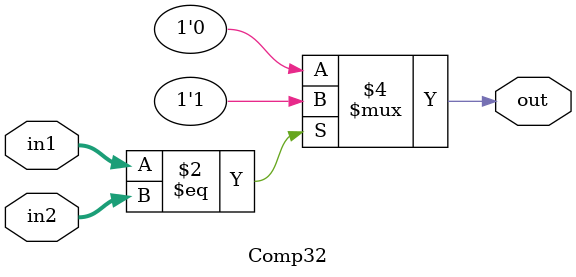
<source format=v>
`timescale 1ns / 1ps

module Comp32(in1, in2, out);
    input [31:0] in1, in2;
    output reg out;
    
    always@(in1, in2) begin
        if(in1 == in2)
            out <= 1;
        else
            out <= 0;
    end
endmodule

</source>
